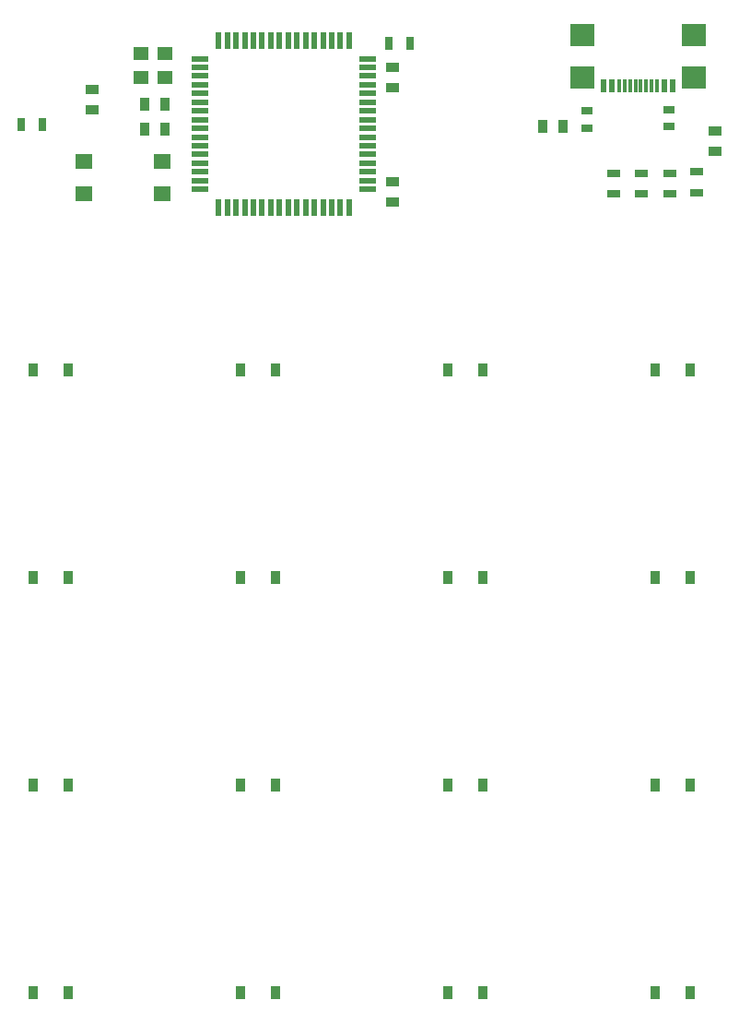
<source format=gbr>
G04*
G04 #@! TF.GenerationSoftware,Altium Limited,Altium Designer,22.4.2 (48)*
G04*
G04 Layer_Color=128*
%FSLAX43Y43*%
%MOMM*%
G71*
G04*
G04 #@! TF.SameCoordinates,7CDC7E1B-FB1A-4DC3-94F8-FCEB5F2CDCB9*
G04*
G04*
G04 #@! TF.FilePolarity,Positive*
G04*
G01*
G75*
%ADD13R,1.300X0.700*%
%ADD14R,1.300X0.900*%
%ADD15R,0.900X1.300*%
%ADD35R,2.180X2.000*%
%ADD36R,0.300X1.150*%
%ADD37R,0.600X1.150*%
G04:AMPARAMS|DCode=38|XSize=1.47mm|YSize=0.55mm|CornerRadius=0.069mm|HoleSize=0mm|Usage=FLASHONLY|Rotation=0.000|XOffset=0mm|YOffset=0mm|HoleType=Round|Shape=RoundedRectangle|*
%AMROUNDEDRECTD38*
21,1,1.470,0.413,0,0,0.0*
21,1,1.333,0.550,0,0,0.0*
1,1,0.138,0.666,-0.206*
1,1,0.138,-0.666,-0.206*
1,1,0.138,-0.666,0.206*
1,1,0.138,0.666,0.206*
%
%ADD38ROUNDEDRECTD38*%
G04:AMPARAMS|DCode=39|XSize=1.47mm|YSize=0.55mm|CornerRadius=0.069mm|HoleSize=0mm|Usage=FLASHONLY|Rotation=90.000|XOffset=0mm|YOffset=0mm|HoleType=Round|Shape=RoundedRectangle|*
%AMROUNDEDRECTD39*
21,1,1.470,0.413,0,0,90.0*
21,1,1.333,0.550,0,0,90.0*
1,1,0.138,0.206,0.666*
1,1,0.138,0.206,-0.666*
1,1,0.138,-0.206,-0.666*
1,1,0.138,-0.206,0.666*
%
%ADD39ROUNDEDRECTD39*%
%ADD40R,0.700X1.300*%
%ADD41R,0.910X1.220*%
%ADD42R,1.600X1.400*%
%ADD43R,1.400X1.200*%
%ADD44R,1.000X0.650*%
D13*
X119800Y85700D02*
D03*
Y87600D02*
D03*
X122346Y85700D02*
D03*
Y87600D02*
D03*
X117200Y85700D02*
D03*
Y87600D02*
D03*
X124800Y85800D02*
D03*
Y87700D02*
D03*
D14*
X126500Y89554D02*
D03*
Y91454D02*
D03*
X69300Y93400D02*
D03*
Y95300D02*
D03*
X96900Y97296D02*
D03*
Y95396D02*
D03*
Y84900D02*
D03*
Y86800D02*
D03*
D15*
X110700Y91900D02*
D03*
X112600D02*
D03*
X74100Y91646D02*
D03*
X76000D02*
D03*
X74100Y93900D02*
D03*
X76000D02*
D03*
D35*
X124575Y100275D02*
D03*
X114355D02*
D03*
X124575Y96345D02*
D03*
X114355D02*
D03*
D36*
X119715Y95595D02*
D03*
X119215D02*
D03*
X120215D02*
D03*
X118715D02*
D03*
X120715D02*
D03*
X118215D02*
D03*
X121215D02*
D03*
X117715D02*
D03*
D37*
X122665D02*
D03*
X121865D02*
D03*
X117065D02*
D03*
X116265D02*
D03*
D38*
X79246Y86100D02*
D03*
Y86900D02*
D03*
Y87700D02*
D03*
Y88500D02*
D03*
Y89300D02*
D03*
Y90100D02*
D03*
Y90900D02*
D03*
Y91700D02*
D03*
Y92500D02*
D03*
Y93300D02*
D03*
Y94100D02*
D03*
Y94900D02*
D03*
Y95700D02*
D03*
Y96500D02*
D03*
Y97300D02*
D03*
Y98100D02*
D03*
X94586D02*
D03*
Y97300D02*
D03*
Y96500D02*
D03*
Y95700D02*
D03*
Y94900D02*
D03*
Y94100D02*
D03*
Y93300D02*
D03*
Y92500D02*
D03*
Y91700D02*
D03*
Y90900D02*
D03*
Y90100D02*
D03*
Y89300D02*
D03*
Y88500D02*
D03*
Y87700D02*
D03*
Y86900D02*
D03*
Y86100D02*
D03*
D39*
X92916Y84430D02*
D03*
X92116D02*
D03*
X91316D02*
D03*
X90516D02*
D03*
X89716D02*
D03*
X88916D02*
D03*
X88116D02*
D03*
X87316D02*
D03*
X86516D02*
D03*
X85716D02*
D03*
X84916D02*
D03*
X84116D02*
D03*
X83316D02*
D03*
X82516D02*
D03*
X81716D02*
D03*
X80916D02*
D03*
Y99770D02*
D03*
X81716D02*
D03*
X82516D02*
D03*
X83316D02*
D03*
X84116D02*
D03*
X84916D02*
D03*
X85716D02*
D03*
X86516D02*
D03*
X87316D02*
D03*
X88116D02*
D03*
X88916D02*
D03*
X89716D02*
D03*
X90516D02*
D03*
X91316D02*
D03*
X92116D02*
D03*
X92916D02*
D03*
D40*
X64700Y92034D02*
D03*
X62800D02*
D03*
X96600Y99500D02*
D03*
X98500D02*
D03*
D41*
X82915Y69500D02*
D03*
X86185D02*
D03*
X124285Y12350D02*
D03*
X121015D02*
D03*
X105235D02*
D03*
X101965D02*
D03*
X86185D02*
D03*
X82915D02*
D03*
X67135D02*
D03*
X63865D02*
D03*
X124285Y31400D02*
D03*
X121015D02*
D03*
X105235D02*
D03*
X101965D02*
D03*
X86185D02*
D03*
X82915D02*
D03*
X67135D02*
D03*
X63865D02*
D03*
X124285Y50450D02*
D03*
X121015D02*
D03*
X105235D02*
D03*
X101965D02*
D03*
X86185D02*
D03*
X82915D02*
D03*
X67135D02*
D03*
X63865D02*
D03*
X67135Y69500D02*
D03*
X63865D02*
D03*
X124285D02*
D03*
X121015D02*
D03*
X105235D02*
D03*
X101965D02*
D03*
D42*
X75700Y85700D02*
D03*
X68500D02*
D03*
X75700Y88700D02*
D03*
X68500D02*
D03*
D43*
X73800Y96400D02*
D03*
X76000D02*
D03*
X73800Y98600D02*
D03*
X76000D02*
D03*
D44*
X122300Y93400D02*
D03*
Y91850D02*
D03*
X114800Y93300D02*
D03*
Y91750D02*
D03*
M02*

</source>
